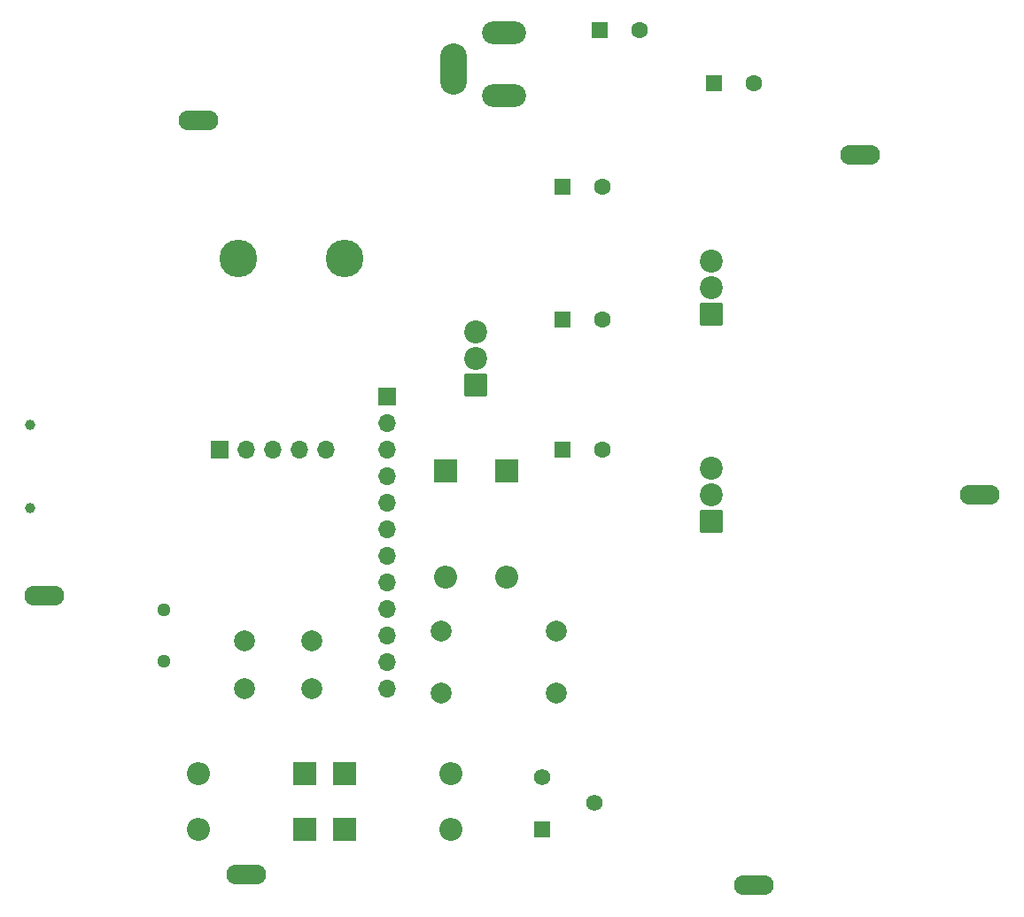
<source format=gbs>
G04 #@! TF.GenerationSoftware,KiCad,Pcbnew,7.0.1*
G04 #@! TF.CreationDate,2024-08-11T16:24:43+02:00*
G04 #@! TF.ProjectId,uTesla,75546573-6c61-42e6-9b69-6361645f7063,rev?*
G04 #@! TF.SameCoordinates,Original*
G04 #@! TF.FileFunction,Soldermask,Bot*
G04 #@! TF.FilePolarity,Negative*
%FSLAX46Y46*%
G04 Gerber Fmt 4.6, Leading zero omitted, Abs format (unit mm)*
G04 Created by KiCad (PCBNEW 7.0.1) date 2024-08-11 16:24:43*
%MOMM*%
%LPD*%
G01*
G04 APERTURE LIST*
G04 Aperture macros list*
%AMRoundRect*
0 Rectangle with rounded corners*
0 $1 Rounding radius*
0 $2 $3 $4 $5 $6 $7 $8 $9 X,Y pos of 4 corners*
0 Add a 4 corners polygon primitive as box body*
4,1,4,$2,$3,$4,$5,$6,$7,$8,$9,$2,$3,0*
0 Add four circle primitives for the rounded corners*
1,1,$1+$1,$2,$3*
1,1,$1+$1,$4,$5*
1,1,$1+$1,$6,$7*
1,1,$1+$1,$8,$9*
0 Add four rect primitives between the rounded corners*
20,1,$1+$1,$2,$3,$4,$5,0*
20,1,$1+$1,$4,$5,$6,$7,0*
20,1,$1+$1,$6,$7,$8,$9,0*
20,1,$1+$1,$8,$9,$2,$3,0*%
G04 Aperture macros list end*
%ADD10RoundRect,0.102000X0.997500X-0.997500X0.997500X0.997500X-0.997500X0.997500X-0.997500X-0.997500X0*%
%ADD11C,2.199000*%
%ADD12C,2.000000*%
%ADD13R,2.200000X2.200000*%
%ADD14O,2.200000X2.200000*%
%ADD15C,1.284000*%
%ADD16R,1.600000X1.600000*%
%ADD17C,1.600000*%
%ADD18O,2.554000X4.904000*%
%ADD19O,4.204000X2.204000*%
%ADD20R,1.560000X1.560000*%
%ADD21C,1.560000*%
%ADD22R,1.700000X1.700000*%
%ADD23O,1.700000X1.700000*%
%ADD24C,3.600000*%
%ADD25C,1.000000*%
%ADD26O,3.810000X1.905000*%
G04 APERTURE END LIST*
D10*
X137018000Y-80180500D03*
D11*
X137018000Y-77640500D03*
X137018000Y-75100500D03*
D12*
X144692000Y-103680000D03*
X133692000Y-103680000D03*
X144692000Y-109680000D03*
X133692000Y-109680000D03*
D10*
X159512000Y-93218000D03*
D11*
X159512000Y-90678000D03*
X159512000Y-88138000D03*
D13*
X120650000Y-122682000D03*
D14*
X110490000Y-122682000D03*
D15*
X107188000Y-101700000D03*
X107188000Y-106580000D03*
D13*
X120650000Y-117348000D03*
D14*
X110490000Y-117348000D03*
D16*
X145263349Y-86360000D03*
D17*
X149063349Y-86360000D03*
D13*
X134112000Y-88392000D03*
D14*
X134112000Y-98552000D03*
D13*
X139954000Y-88392000D03*
D14*
X139954000Y-98552000D03*
D16*
X148819349Y-46228000D03*
D17*
X152619349Y-46228000D03*
D18*
X134900000Y-49982000D03*
D19*
X139700000Y-46482000D03*
X139700000Y-52482000D03*
D20*
X143302000Y-122642000D03*
D21*
X148302000Y-120142000D03*
X143302000Y-117642000D03*
D22*
X128524000Y-81280000D03*
D23*
X128524000Y-83820000D03*
X128524000Y-86360000D03*
X128524000Y-88900000D03*
X128524000Y-91440000D03*
X128524000Y-93980000D03*
X128524000Y-96520000D03*
X128524000Y-99060000D03*
X128524000Y-101600000D03*
X128524000Y-104140000D03*
X128524000Y-106680000D03*
X128524000Y-109220000D03*
D16*
X159741349Y-51308000D03*
D17*
X163541349Y-51308000D03*
D10*
X159512000Y-73406000D03*
D11*
X159512000Y-70866000D03*
X159512000Y-68326000D03*
D12*
X114860000Y-104684000D03*
X121360000Y-104684000D03*
X114860000Y-109184000D03*
X121360000Y-109184000D03*
D22*
X112522000Y-86360000D03*
D23*
X115062000Y-86360000D03*
X117602000Y-86360000D03*
X120142000Y-86360000D03*
X122682000Y-86360000D03*
D16*
X145263349Y-61214000D03*
D17*
X149063349Y-61214000D03*
D24*
X124460000Y-68072000D03*
X114300000Y-68072000D03*
D13*
X124460000Y-122682000D03*
D14*
X134620000Y-122682000D03*
D13*
X124460000Y-117348000D03*
D14*
X134620000Y-117348000D03*
D25*
X94420500Y-83950000D03*
X94420500Y-91950000D03*
D16*
X145298000Y-73914000D03*
D17*
X149098000Y-73914000D03*
D26*
X163576000Y-128016000D03*
X185166000Y-90678000D03*
X95758000Y-100330000D03*
X110490000Y-54864000D03*
X173736000Y-58166000D03*
X115062000Y-127000000D03*
M02*

</source>
